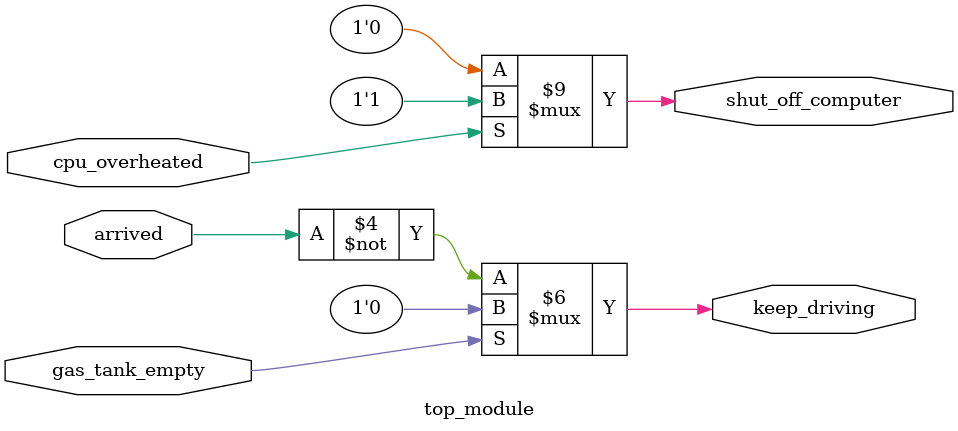
<source format=v>
module top_module (
    input cpu_overheated,
    output reg shut_off_computer,
    input arrived,
    input gas_tank_empty,
    output reg keep_driving
);
    always @(*) begin
        if (cpu_overheated)
            shut_off_computer = 1;
        else
            shut_off_computer = 0;
    end
    always @(*) begin
        if (~gas_tank_empty)
            keep_driving = ~arrived;
        else
            keep_driving = 0;
    end
endmodule

</source>
